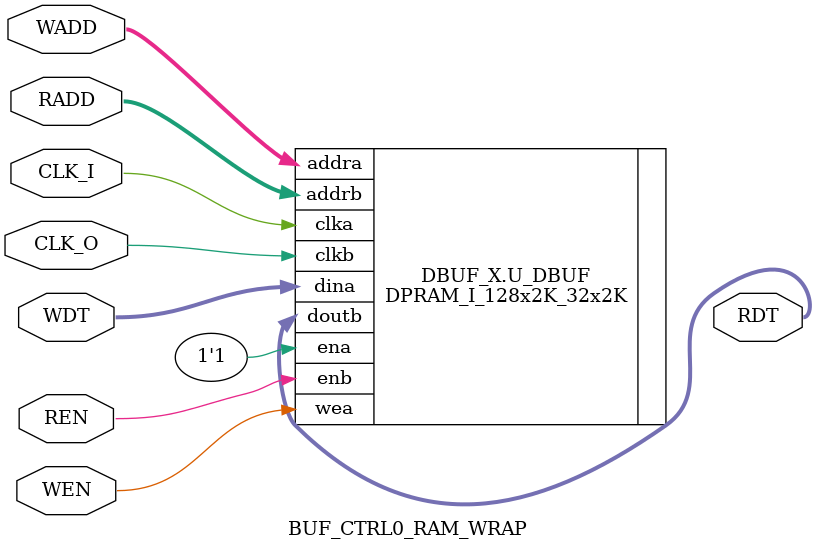
<source format=v>


// =================================================================================================
// RTL Header
// =================================================================================================
`timescale 1 ps / 1 ps
`default_nettype  none

module BUF_CTRL0_RAM_WRAP #(
	parameter								P_FPGA_TYP			= 0				, // FPGA Type(0:Xilinx,1:Intel)
	parameter								P_DBUS_W_I			= 32			, // Input data bus width
	parameter								P_DBUS_W_O			= 128			, // Output data bus width
	parameter								P_ABUS_W_I			= 12			, // Input address bus width
	parameter								P_ABUS_W_O			= 10			  // Output address bus width

	)(
	// Write 
	input	wire							CLK_I								, // (i) Clock Input Side
	input 	wire	[P_ABUS_W_I-1:0]		WADD								, // (i) Write Address
	input 	wire	[P_DBUS_W_I-1:0]		WDT									, // (i) Write Data
	input	wire							WEN									, // (i) Write Enable

	// Read
	input	wire							CLK_O								, // (i) Clock Output Side
	input 	wire	[P_ABUS_W_O-1:0]		RADD								, // (i) Read Address
	output 	wire	[P_DBUS_W_O-1:0]		RDT									, // (o) Read Data
	input	wire							REN									  // (i) Read Enable
	);

// =================================================================================================
// RTL Body
// =================================================================================================


generate
	if ( P_FPGA_TYP == 0 ) begin : DBUF_X
//	DPRAM_I_32x5K_32x5K U_DBUF(
//	DPRAM_I_32x3K_128x3K U_DBUF(
	DPRAM_I_128x2K_32x2K U_DBUF(
			.clka			( CLK_I					), // (i)
		.addra			( WADD					), // (i)
		.dina			( WDT					), // (i)
		.ena			( 1'b1					), // (i)
		.wea			( WEN					), // (i)
		.clkb			( CLK_O					), // (i)
		.addrb			( RADD					), // (i)
		.doutb			( RDT					), // (o)
		.enb			( REN					)  // (i)
	);
    end
endgenerate


endmodule
`default_nettype wire

</source>
